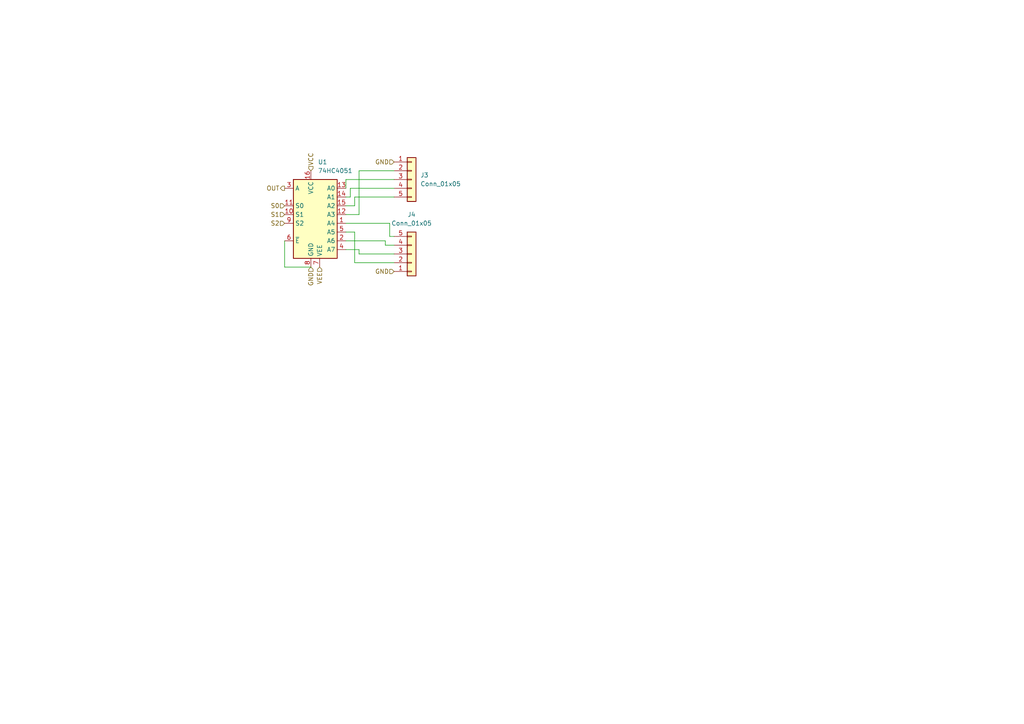
<source format=kicad_sch>
(kicad_sch (version 20211123) (generator eeschema)
  (paper "A4")
  (lib_symbols
    (symbol "74xx:74HC4051"
      (property "Reference" "U" (at -5.08 11.43 0))
      (property "Value" "74HC4051" (at -7.62 -13.97 0))
      (symbol "74HC4051_0_1"
        (rectangle (start -5.08 10.16) (end 7.62 -12.7) (stroke (width 0.254)) (fill (type background)))
      )
      (symbol "74HC4051_1_1"
        (pin passive line (at 10.16 -2.54 180) (length 2.54) (name "A4") (number "1"))
        (pin input line (at -7.62 0 0) (length 2.54) (name "S1") (number "10"))
        (pin input line (at -7.62 2.54 0) (length 2.54) (name "S0") (number "11"))
        (pin passive line (at 10.16 0 180) (length 2.54) (name "A3") (number "12"))
        (pin passive line (at 10.16 7.62 180) (length 2.54) (name "A0") (number "13"))
        (pin passive line (at 10.16 5.08 180) (length 2.54) (name "A1") (number "14"))
        (pin passive line (at 10.16 2.54 180) (length 2.54) (name "A2") (number "15"))
        (pin power_in line (at 0 12.7 270) (length 2.54) (name "VCC") (number "16"))
        (pin passive line (at 10.16 -7.62 180) (length 2.54) (name "A6") (number "2"))
        (pin passive line (at -7.62 7.62 0) (length 2.54) (name "A") (number "3"))
        (pin passive line (at 10.16 -10.16 180) (length 2.54) (name "A7") (number "4"))
        (pin passive line (at 10.16 -5.08 180) (length 2.54) (name "A5") (number "5"))
        (pin input line (at -7.62 -7.62 0) (length 2.54) (name "~{E}") (number "6"))
        (pin power_in line (at 2.54 -15.24 90) (length 2.54) (name "VEE") (number "7"))
        (pin power_in line (at 0 -15.24 90) (length 2.54) (name "GND") (number "8"))
        (pin input line (at -7.62 -2.54 0) (length 2.54) (name "S2") (number "9"))
      )
    )
    (symbol "Connector_Generic:Conn_01x05" (pin_names (offset 1.016) hide)
      (property "Reference" "J" (at 0 7.62 0))
      (property "Value" "Conn_01x05" (at 0 -7.62 0))
      (symbol "Conn_01x05_1_1"
        (rectangle (start -1.27 -4.953) (end 0 -5.207) (stroke (width 0.1524)))
        (rectangle (start -1.27 -2.413) (end 0 -2.667) (stroke (width 0.1524)))
        (rectangle (start -1.27 0.127) (end 0 -0.127) (stroke (width 0.1524)))
        (rectangle (start -1.27 2.667) (end 0 2.413) (stroke (width 0.1524)))
        (rectangle (start -1.27 5.207) (end 0 4.953) (stroke (width 0.1524)))
        (rectangle (start -1.27 6.35) (end 1.27 -6.35) (stroke (width 0.254)) (fill (type background)))
        (pin passive line (at -5.08 5.08 0) (length 3.81) (name "Pin_1") (number "1"))
        (pin passive line (at -5.08 2.54 0) (length 3.81) (name "Pin_2") (number "2"))
        (pin passive line (at -5.08 0 0) (length 3.81) (name "Pin_3") (number "3"))
        (pin passive line (at -5.08 -2.54 0) (length 3.81) (name "Pin_4") (number "4"))
        (pin passive line (at -5.08 -5.08 0) (length 3.81) (name "Pin_5") (number "5"))
      )
    )
  )
  (wire (pts (xy 104.14 49.53) (xy 104.14 62.23)))
  (wire (pts (xy 100.33 72.39) (xy 104.14 72.39)))
  (wire (pts (xy 82.55 77.47) (xy 90.17 77.47)))
  (wire (pts (xy 101.6 54.61) (xy 114.3 54.61)))
  (wire (pts (xy 101.6 57.15) (xy 101.6 54.61)))
  (wire (pts (xy 104.14 49.53) (xy 114.3 49.53)))
  (wire (pts (xy 100.33 62.23) (xy 104.14 62.23)))
  (wire (pts (xy 100.33 64.77) (xy 113.03 64.77)))
  (wire (pts (xy 100.33 69.85) (xy 111.76 69.85)))
  (wire (pts (xy 111.76 71.12) (xy 114.3 71.12)))
  (wire (pts (xy 102.87 59.69) (xy 102.87 57.15)))
  (wire (pts (xy 104.14 72.39) (xy 104.14 73.66)))
  (wire (pts (xy 100.33 54.61) (xy 100.33 52.07)))
  (wire (pts (xy 111.76 69.85) (xy 111.76 71.12)))
  (wire (pts (xy 100.33 59.69) (xy 102.87 59.69)))
  (wire (pts (xy 113.03 68.58) (xy 114.3 68.58)))
  (wire (pts (xy 102.87 76.2) (xy 114.3 76.2)))
  (wire (pts (xy 100.33 67.31) (xy 102.87 67.31)))
  (wire (pts (xy 102.87 67.31) (xy 102.87 76.2)))
  (wire (pts (xy 113.03 64.77) (xy 113.03 68.58)))
  (wire (pts (xy 100.33 52.07) (xy 114.3 52.07)))
  (wire (pts (xy 102.87 57.15) (xy 114.3 57.15)))
  (wire (pts (xy 82.55 69.85) (xy 82.55 77.47)))
  (wire (pts (xy 104.14 73.66) (xy 114.3 73.66)))
  (wire (pts (xy 100.33 57.15) (xy 101.6 57.15)))
  (hierarchical_label "S2" (shape input) (at 82.55 64.77 180))
  (hierarchical_label "VEE" (shape input) (at 92.71 77.47 270))
  (hierarchical_label "S0" (shape input) (at 82.55 59.69 180))
  (hierarchical_label "VCC" (shape input) (at 90.17 49.53 90))
  (hierarchical_label "GND" (shape input) (at 114.3 46.99 180))
  (hierarchical_label "GND" (shape input) (at 90.17 77.47 270))
  (hierarchical_label "GND" (shape input) (at 114.3 78.74 180))
  (hierarchical_label "S1" (shape input) (at 82.55 62.23 180))
  (hierarchical_label "OUT" (shape output) (at 82.55 54.61 180))
  (symbol (lib_id "Connector_Generic:Conn_01x05") (at 119.38 52.07 0) (unit 1)
    (property "Reference" "J3" (at 121.92 50.7999 0) (effects (justify left)))
    (property "Value" "Conn_01x05" (at 121.92 53.3399 0) (effects (justify left)))
    (property "Footprint" "Connector_PinHeader_2.54mm:PinHeader_1x05_P2.54mm_Vertical" (effects hide))
  )
  (symbol (lib_id "Connector_Generic:Conn_01x05") (at 119.38 73.66 0) (mirror x) (unit 1)
    (property "Reference" "J4" (at 119.38 62.23 0))
    (property "Value" "Conn_01x05" (at 119.38 64.77 0))
    (property "Footprint" "Connector_PinHeader_2.54mm:PinHeader_1x05_P2.54mm_Vertical" (effects hide))
  )
  (symbol (lib_id "74xx:74HC4051") (at 90.17 62.23 0) (unit 1)
    (property "Reference" "U1" (at 92.1894 46.99 0) (effects (justify left)))
    (property "Value" "74HC4051" (at 92.1894 49.53 0) (effects (justify left)))
    (property "Footprint" "Package_SO:SO-16_5.3x10.2mm_P1.27mm" (effects hide))
    (property "Datasheet" "http://www.ti.com/lit/ds/symlink/cd74hc4051.pdf" (effects hide))
  )
)
</source>
